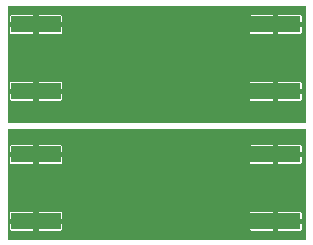
<source format=gbr>
G04 #@! TF.GenerationSoftware,KiCad,Pcbnew,(5.1.7)-1*
G04 #@! TF.CreationDate,2020-11-10T17:22:49+01:00*
G04 #@! TF.ProjectId,137_MHz_BPF_2nd_Order,3133375f-4d48-47a5-9f42-50465f326e64,rev?*
G04 #@! TF.SameCoordinates,Original*
G04 #@! TF.FileFunction,Copper,L2,Bot*
G04 #@! TF.FilePolarity,Positive*
%FSLAX46Y46*%
G04 Gerber Fmt 4.6, Leading zero omitted, Abs format (unit mm)*
G04 Created by KiCad (PCBNEW (5.1.7)-1) date 2020-11-10 17:22:49*
%MOMM*%
%LPD*%
G01*
G04 APERTURE LIST*
G04 #@! TA.AperFunction,SMDPad,CuDef*
%ADD10R,4.200000X1.350000*%
G04 #@! TD*
G04 #@! TA.AperFunction,Conductor*
%ADD11C,0.100000*%
G04 #@! TD*
G04 APERTURE END LIST*
D10*
X33000000Y-60825000D03*
X33000000Y-55175000D03*
X53300000Y-60825000D03*
X53300000Y-55175000D03*
X33000000Y-66175000D03*
X33000000Y-71825000D03*
X53300000Y-66175000D03*
X53300000Y-71825000D03*
D11*
X55825001Y-63450000D02*
X30675000Y-63450000D01*
X30675000Y-61500000D01*
X30749274Y-61500000D01*
X30752170Y-61529405D01*
X30760747Y-61557680D01*
X30774676Y-61583739D01*
X30793421Y-61606579D01*
X30816261Y-61625324D01*
X30842320Y-61639253D01*
X30870595Y-61647830D01*
X30900000Y-61650726D01*
X32787500Y-61650000D01*
X32825000Y-61612500D01*
X32825000Y-61000000D01*
X33175000Y-61000000D01*
X33175000Y-61612500D01*
X33212500Y-61650000D01*
X35100000Y-61650726D01*
X35129405Y-61647830D01*
X35157680Y-61639253D01*
X35183739Y-61625324D01*
X35206579Y-61606579D01*
X35225324Y-61583739D01*
X35239253Y-61557680D01*
X35247830Y-61529405D01*
X35250726Y-61500000D01*
X51049274Y-61500000D01*
X51052170Y-61529405D01*
X51060747Y-61557680D01*
X51074676Y-61583739D01*
X51093421Y-61606579D01*
X51116261Y-61625324D01*
X51142320Y-61639253D01*
X51170595Y-61647830D01*
X51200000Y-61650726D01*
X53087500Y-61650000D01*
X53125000Y-61612500D01*
X53125000Y-61000000D01*
X53475000Y-61000000D01*
X53475000Y-61612500D01*
X53512500Y-61650000D01*
X55400000Y-61650726D01*
X55429405Y-61647830D01*
X55457680Y-61639253D01*
X55483739Y-61625324D01*
X55506579Y-61606579D01*
X55525324Y-61583739D01*
X55539253Y-61557680D01*
X55547830Y-61529405D01*
X55550726Y-61500000D01*
X55550000Y-61037500D01*
X55512500Y-61000000D01*
X53475000Y-61000000D01*
X53125000Y-61000000D01*
X51087500Y-61000000D01*
X51050000Y-61037500D01*
X51049274Y-61500000D01*
X35250726Y-61500000D01*
X35250000Y-61037500D01*
X35212500Y-61000000D01*
X33175000Y-61000000D01*
X32825000Y-61000000D01*
X30787500Y-61000000D01*
X30750000Y-61037500D01*
X30749274Y-61500000D01*
X30675000Y-61500000D01*
X30675000Y-60150000D01*
X30749274Y-60150000D01*
X30750000Y-60612500D01*
X30787500Y-60650000D01*
X32825000Y-60650000D01*
X32825000Y-60037500D01*
X33175000Y-60037500D01*
X33175000Y-60650000D01*
X35212500Y-60650000D01*
X35250000Y-60612500D01*
X35250726Y-60150000D01*
X51049274Y-60150000D01*
X51050000Y-60612500D01*
X51087500Y-60650000D01*
X53125000Y-60650000D01*
X53125000Y-60037500D01*
X53475000Y-60037500D01*
X53475000Y-60650000D01*
X55512500Y-60650000D01*
X55550000Y-60612500D01*
X55550726Y-60150000D01*
X55547830Y-60120595D01*
X55539253Y-60092320D01*
X55525324Y-60066261D01*
X55506579Y-60043421D01*
X55483739Y-60024676D01*
X55457680Y-60010747D01*
X55429405Y-60002170D01*
X55400000Y-59999274D01*
X53512500Y-60000000D01*
X53475000Y-60037500D01*
X53125000Y-60037500D01*
X53087500Y-60000000D01*
X51200000Y-59999274D01*
X51170595Y-60002170D01*
X51142320Y-60010747D01*
X51116261Y-60024676D01*
X51093421Y-60043421D01*
X51074676Y-60066261D01*
X51060747Y-60092320D01*
X51052170Y-60120595D01*
X51049274Y-60150000D01*
X35250726Y-60150000D01*
X35247830Y-60120595D01*
X35239253Y-60092320D01*
X35225324Y-60066261D01*
X35206579Y-60043421D01*
X35183739Y-60024676D01*
X35157680Y-60010747D01*
X35129405Y-60002170D01*
X35100000Y-59999274D01*
X33212500Y-60000000D01*
X33175000Y-60037500D01*
X32825000Y-60037500D01*
X32787500Y-60000000D01*
X30900000Y-59999274D01*
X30870595Y-60002170D01*
X30842320Y-60010747D01*
X30816261Y-60024676D01*
X30793421Y-60043421D01*
X30774676Y-60066261D01*
X30760747Y-60092320D01*
X30752170Y-60120595D01*
X30749274Y-60150000D01*
X30675000Y-60150000D01*
X30675000Y-55850000D01*
X30749274Y-55850000D01*
X30752170Y-55879405D01*
X30760747Y-55907680D01*
X30774676Y-55933739D01*
X30793421Y-55956579D01*
X30816261Y-55975324D01*
X30842320Y-55989253D01*
X30870595Y-55997830D01*
X30900000Y-56000726D01*
X32787500Y-56000000D01*
X32825000Y-55962500D01*
X32825000Y-55350000D01*
X33175000Y-55350000D01*
X33175000Y-55962500D01*
X33212500Y-56000000D01*
X35100000Y-56000726D01*
X35129405Y-55997830D01*
X35157680Y-55989253D01*
X35183739Y-55975324D01*
X35206579Y-55956579D01*
X35225324Y-55933739D01*
X35239253Y-55907680D01*
X35247830Y-55879405D01*
X35250726Y-55850000D01*
X51049274Y-55850000D01*
X51052170Y-55879405D01*
X51060747Y-55907680D01*
X51074676Y-55933739D01*
X51093421Y-55956579D01*
X51116261Y-55975324D01*
X51142320Y-55989253D01*
X51170595Y-55997830D01*
X51200000Y-56000726D01*
X53087500Y-56000000D01*
X53125000Y-55962500D01*
X53125000Y-55350000D01*
X53475000Y-55350000D01*
X53475000Y-55962500D01*
X53512500Y-56000000D01*
X55400000Y-56000726D01*
X55429405Y-55997830D01*
X55457680Y-55989253D01*
X55483739Y-55975324D01*
X55506579Y-55956579D01*
X55525324Y-55933739D01*
X55539253Y-55907680D01*
X55547830Y-55879405D01*
X55550726Y-55850000D01*
X55550000Y-55387500D01*
X55512500Y-55350000D01*
X53475000Y-55350000D01*
X53125000Y-55350000D01*
X51087500Y-55350000D01*
X51050000Y-55387500D01*
X51049274Y-55850000D01*
X35250726Y-55850000D01*
X35250000Y-55387500D01*
X35212500Y-55350000D01*
X33175000Y-55350000D01*
X32825000Y-55350000D01*
X30787500Y-55350000D01*
X30750000Y-55387500D01*
X30749274Y-55850000D01*
X30675000Y-55850000D01*
X30675000Y-54500000D01*
X30749274Y-54500000D01*
X30750000Y-54962500D01*
X30787500Y-55000000D01*
X32825000Y-55000000D01*
X32825000Y-54387500D01*
X33175000Y-54387500D01*
X33175000Y-55000000D01*
X35212500Y-55000000D01*
X35250000Y-54962500D01*
X35250726Y-54500000D01*
X51049274Y-54500000D01*
X51050000Y-54962500D01*
X51087500Y-55000000D01*
X53125000Y-55000000D01*
X53125000Y-54387500D01*
X53475000Y-54387500D01*
X53475000Y-55000000D01*
X55512500Y-55000000D01*
X55550000Y-54962500D01*
X55550726Y-54500000D01*
X55547830Y-54470595D01*
X55539253Y-54442320D01*
X55525324Y-54416261D01*
X55506579Y-54393421D01*
X55483739Y-54374676D01*
X55457680Y-54360747D01*
X55429405Y-54352170D01*
X55400000Y-54349274D01*
X53512500Y-54350000D01*
X53475000Y-54387500D01*
X53125000Y-54387500D01*
X53087500Y-54350000D01*
X51200000Y-54349274D01*
X51170595Y-54352170D01*
X51142320Y-54360747D01*
X51116261Y-54374676D01*
X51093421Y-54393421D01*
X51074676Y-54416261D01*
X51060747Y-54442320D01*
X51052170Y-54470595D01*
X51049274Y-54500000D01*
X35250726Y-54500000D01*
X35247830Y-54470595D01*
X35239253Y-54442320D01*
X35225324Y-54416261D01*
X35206579Y-54393421D01*
X35183739Y-54374676D01*
X35157680Y-54360747D01*
X35129405Y-54352170D01*
X35100000Y-54349274D01*
X33212500Y-54350000D01*
X33175000Y-54387500D01*
X32825000Y-54387500D01*
X32787500Y-54350000D01*
X30900000Y-54349274D01*
X30870595Y-54352170D01*
X30842320Y-54360747D01*
X30816261Y-54374676D01*
X30793421Y-54393421D01*
X30774676Y-54416261D01*
X30760747Y-54442320D01*
X30752170Y-54470595D01*
X30749274Y-54500000D01*
X30675000Y-54500000D01*
X30675000Y-53675000D01*
X55825001Y-53675000D01*
X55825001Y-63450000D01*
G04 #@! TA.AperFunction,Conductor*
G36*
X55825001Y-63450000D02*
G01*
X30675000Y-63450000D01*
X30675000Y-61500000D01*
X30749274Y-61500000D01*
X30752170Y-61529405D01*
X30760747Y-61557680D01*
X30774676Y-61583739D01*
X30793421Y-61606579D01*
X30816261Y-61625324D01*
X30842320Y-61639253D01*
X30870595Y-61647830D01*
X30900000Y-61650726D01*
X32787500Y-61650000D01*
X32825000Y-61612500D01*
X32825000Y-61000000D01*
X33175000Y-61000000D01*
X33175000Y-61612500D01*
X33212500Y-61650000D01*
X35100000Y-61650726D01*
X35129405Y-61647830D01*
X35157680Y-61639253D01*
X35183739Y-61625324D01*
X35206579Y-61606579D01*
X35225324Y-61583739D01*
X35239253Y-61557680D01*
X35247830Y-61529405D01*
X35250726Y-61500000D01*
X51049274Y-61500000D01*
X51052170Y-61529405D01*
X51060747Y-61557680D01*
X51074676Y-61583739D01*
X51093421Y-61606579D01*
X51116261Y-61625324D01*
X51142320Y-61639253D01*
X51170595Y-61647830D01*
X51200000Y-61650726D01*
X53087500Y-61650000D01*
X53125000Y-61612500D01*
X53125000Y-61000000D01*
X53475000Y-61000000D01*
X53475000Y-61612500D01*
X53512500Y-61650000D01*
X55400000Y-61650726D01*
X55429405Y-61647830D01*
X55457680Y-61639253D01*
X55483739Y-61625324D01*
X55506579Y-61606579D01*
X55525324Y-61583739D01*
X55539253Y-61557680D01*
X55547830Y-61529405D01*
X55550726Y-61500000D01*
X55550000Y-61037500D01*
X55512500Y-61000000D01*
X53475000Y-61000000D01*
X53125000Y-61000000D01*
X51087500Y-61000000D01*
X51050000Y-61037500D01*
X51049274Y-61500000D01*
X35250726Y-61500000D01*
X35250000Y-61037500D01*
X35212500Y-61000000D01*
X33175000Y-61000000D01*
X32825000Y-61000000D01*
X30787500Y-61000000D01*
X30750000Y-61037500D01*
X30749274Y-61500000D01*
X30675000Y-61500000D01*
X30675000Y-60150000D01*
X30749274Y-60150000D01*
X30750000Y-60612500D01*
X30787500Y-60650000D01*
X32825000Y-60650000D01*
X32825000Y-60037500D01*
X33175000Y-60037500D01*
X33175000Y-60650000D01*
X35212500Y-60650000D01*
X35250000Y-60612500D01*
X35250726Y-60150000D01*
X51049274Y-60150000D01*
X51050000Y-60612500D01*
X51087500Y-60650000D01*
X53125000Y-60650000D01*
X53125000Y-60037500D01*
X53475000Y-60037500D01*
X53475000Y-60650000D01*
X55512500Y-60650000D01*
X55550000Y-60612500D01*
X55550726Y-60150000D01*
X55547830Y-60120595D01*
X55539253Y-60092320D01*
X55525324Y-60066261D01*
X55506579Y-60043421D01*
X55483739Y-60024676D01*
X55457680Y-60010747D01*
X55429405Y-60002170D01*
X55400000Y-59999274D01*
X53512500Y-60000000D01*
X53475000Y-60037500D01*
X53125000Y-60037500D01*
X53087500Y-60000000D01*
X51200000Y-59999274D01*
X51170595Y-60002170D01*
X51142320Y-60010747D01*
X51116261Y-60024676D01*
X51093421Y-60043421D01*
X51074676Y-60066261D01*
X51060747Y-60092320D01*
X51052170Y-60120595D01*
X51049274Y-60150000D01*
X35250726Y-60150000D01*
X35247830Y-60120595D01*
X35239253Y-60092320D01*
X35225324Y-60066261D01*
X35206579Y-60043421D01*
X35183739Y-60024676D01*
X35157680Y-60010747D01*
X35129405Y-60002170D01*
X35100000Y-59999274D01*
X33212500Y-60000000D01*
X33175000Y-60037500D01*
X32825000Y-60037500D01*
X32787500Y-60000000D01*
X30900000Y-59999274D01*
X30870595Y-60002170D01*
X30842320Y-60010747D01*
X30816261Y-60024676D01*
X30793421Y-60043421D01*
X30774676Y-60066261D01*
X30760747Y-60092320D01*
X30752170Y-60120595D01*
X30749274Y-60150000D01*
X30675000Y-60150000D01*
X30675000Y-55850000D01*
X30749274Y-55850000D01*
X30752170Y-55879405D01*
X30760747Y-55907680D01*
X30774676Y-55933739D01*
X30793421Y-55956579D01*
X30816261Y-55975324D01*
X30842320Y-55989253D01*
X30870595Y-55997830D01*
X30900000Y-56000726D01*
X32787500Y-56000000D01*
X32825000Y-55962500D01*
X32825000Y-55350000D01*
X33175000Y-55350000D01*
X33175000Y-55962500D01*
X33212500Y-56000000D01*
X35100000Y-56000726D01*
X35129405Y-55997830D01*
X35157680Y-55989253D01*
X35183739Y-55975324D01*
X35206579Y-55956579D01*
X35225324Y-55933739D01*
X35239253Y-55907680D01*
X35247830Y-55879405D01*
X35250726Y-55850000D01*
X51049274Y-55850000D01*
X51052170Y-55879405D01*
X51060747Y-55907680D01*
X51074676Y-55933739D01*
X51093421Y-55956579D01*
X51116261Y-55975324D01*
X51142320Y-55989253D01*
X51170595Y-55997830D01*
X51200000Y-56000726D01*
X53087500Y-56000000D01*
X53125000Y-55962500D01*
X53125000Y-55350000D01*
X53475000Y-55350000D01*
X53475000Y-55962500D01*
X53512500Y-56000000D01*
X55400000Y-56000726D01*
X55429405Y-55997830D01*
X55457680Y-55989253D01*
X55483739Y-55975324D01*
X55506579Y-55956579D01*
X55525324Y-55933739D01*
X55539253Y-55907680D01*
X55547830Y-55879405D01*
X55550726Y-55850000D01*
X55550000Y-55387500D01*
X55512500Y-55350000D01*
X53475000Y-55350000D01*
X53125000Y-55350000D01*
X51087500Y-55350000D01*
X51050000Y-55387500D01*
X51049274Y-55850000D01*
X35250726Y-55850000D01*
X35250000Y-55387500D01*
X35212500Y-55350000D01*
X33175000Y-55350000D01*
X32825000Y-55350000D01*
X30787500Y-55350000D01*
X30750000Y-55387500D01*
X30749274Y-55850000D01*
X30675000Y-55850000D01*
X30675000Y-54500000D01*
X30749274Y-54500000D01*
X30750000Y-54962500D01*
X30787500Y-55000000D01*
X32825000Y-55000000D01*
X32825000Y-54387500D01*
X33175000Y-54387500D01*
X33175000Y-55000000D01*
X35212500Y-55000000D01*
X35250000Y-54962500D01*
X35250726Y-54500000D01*
X51049274Y-54500000D01*
X51050000Y-54962500D01*
X51087500Y-55000000D01*
X53125000Y-55000000D01*
X53125000Y-54387500D01*
X53475000Y-54387500D01*
X53475000Y-55000000D01*
X55512500Y-55000000D01*
X55550000Y-54962500D01*
X55550726Y-54500000D01*
X55547830Y-54470595D01*
X55539253Y-54442320D01*
X55525324Y-54416261D01*
X55506579Y-54393421D01*
X55483739Y-54374676D01*
X55457680Y-54360747D01*
X55429405Y-54352170D01*
X55400000Y-54349274D01*
X53512500Y-54350000D01*
X53475000Y-54387500D01*
X53125000Y-54387500D01*
X53087500Y-54350000D01*
X51200000Y-54349274D01*
X51170595Y-54352170D01*
X51142320Y-54360747D01*
X51116261Y-54374676D01*
X51093421Y-54393421D01*
X51074676Y-54416261D01*
X51060747Y-54442320D01*
X51052170Y-54470595D01*
X51049274Y-54500000D01*
X35250726Y-54500000D01*
X35247830Y-54470595D01*
X35239253Y-54442320D01*
X35225324Y-54416261D01*
X35206579Y-54393421D01*
X35183739Y-54374676D01*
X35157680Y-54360747D01*
X35129405Y-54352170D01*
X35100000Y-54349274D01*
X33212500Y-54350000D01*
X33175000Y-54387500D01*
X32825000Y-54387500D01*
X32787500Y-54350000D01*
X30900000Y-54349274D01*
X30870595Y-54352170D01*
X30842320Y-54360747D01*
X30816261Y-54374676D01*
X30793421Y-54393421D01*
X30774676Y-54416261D01*
X30760747Y-54442320D01*
X30752170Y-54470595D01*
X30749274Y-54500000D01*
X30675000Y-54500000D01*
X30675000Y-53675000D01*
X55825001Y-53675000D01*
X55825001Y-63450000D01*
G37*
G04 #@! TD.AperFunction*
X55825000Y-73325000D02*
X30675000Y-73325000D01*
X30675000Y-72500000D01*
X30749274Y-72500000D01*
X30752170Y-72529405D01*
X30760747Y-72557680D01*
X30774676Y-72583739D01*
X30793421Y-72606579D01*
X30816261Y-72625324D01*
X30842320Y-72639253D01*
X30870595Y-72647830D01*
X30900000Y-72650726D01*
X32787500Y-72650000D01*
X32825000Y-72612500D01*
X32825000Y-72000000D01*
X33175000Y-72000000D01*
X33175000Y-72612500D01*
X33212500Y-72650000D01*
X35100000Y-72650726D01*
X35129405Y-72647830D01*
X35157680Y-72639253D01*
X35183739Y-72625324D01*
X35206579Y-72606579D01*
X35225324Y-72583739D01*
X35239253Y-72557680D01*
X35247830Y-72529405D01*
X35250726Y-72500000D01*
X51049274Y-72500000D01*
X51052170Y-72529405D01*
X51060747Y-72557680D01*
X51074676Y-72583739D01*
X51093421Y-72606579D01*
X51116261Y-72625324D01*
X51142320Y-72639253D01*
X51170595Y-72647830D01*
X51200000Y-72650726D01*
X53087500Y-72650000D01*
X53125000Y-72612500D01*
X53125000Y-72000000D01*
X53475000Y-72000000D01*
X53475000Y-72612500D01*
X53512500Y-72650000D01*
X55400000Y-72650726D01*
X55429405Y-72647830D01*
X55457680Y-72639253D01*
X55483739Y-72625324D01*
X55506579Y-72606579D01*
X55525324Y-72583739D01*
X55539253Y-72557680D01*
X55547830Y-72529405D01*
X55550726Y-72500000D01*
X55550000Y-72037500D01*
X55512500Y-72000000D01*
X53475000Y-72000000D01*
X53125000Y-72000000D01*
X51087500Y-72000000D01*
X51050000Y-72037500D01*
X51049274Y-72500000D01*
X35250726Y-72500000D01*
X35250000Y-72037500D01*
X35212500Y-72000000D01*
X33175000Y-72000000D01*
X32825000Y-72000000D01*
X30787500Y-72000000D01*
X30750000Y-72037500D01*
X30749274Y-72500000D01*
X30675000Y-72500000D01*
X30675000Y-71150000D01*
X30749274Y-71150000D01*
X30750000Y-71612500D01*
X30787500Y-71650000D01*
X32825000Y-71650000D01*
X32825000Y-71037500D01*
X33175000Y-71037500D01*
X33175000Y-71650000D01*
X35212500Y-71650000D01*
X35250000Y-71612500D01*
X35250726Y-71150000D01*
X51049274Y-71150000D01*
X51050000Y-71612500D01*
X51087500Y-71650000D01*
X53125000Y-71650000D01*
X53125000Y-71037500D01*
X53475000Y-71037500D01*
X53475000Y-71650000D01*
X55512500Y-71650000D01*
X55550000Y-71612500D01*
X55550726Y-71150000D01*
X55547830Y-71120595D01*
X55539253Y-71092320D01*
X55525324Y-71066261D01*
X55506579Y-71043421D01*
X55483739Y-71024676D01*
X55457680Y-71010747D01*
X55429405Y-71002170D01*
X55400000Y-70999274D01*
X53512500Y-71000000D01*
X53475000Y-71037500D01*
X53125000Y-71037500D01*
X53087500Y-71000000D01*
X51200000Y-70999274D01*
X51170595Y-71002170D01*
X51142320Y-71010747D01*
X51116261Y-71024676D01*
X51093421Y-71043421D01*
X51074676Y-71066261D01*
X51060747Y-71092320D01*
X51052170Y-71120595D01*
X51049274Y-71150000D01*
X35250726Y-71150000D01*
X35247830Y-71120595D01*
X35239253Y-71092320D01*
X35225324Y-71066261D01*
X35206579Y-71043421D01*
X35183739Y-71024676D01*
X35157680Y-71010747D01*
X35129405Y-71002170D01*
X35100000Y-70999274D01*
X33212500Y-71000000D01*
X33175000Y-71037500D01*
X32825000Y-71037500D01*
X32787500Y-71000000D01*
X30900000Y-70999274D01*
X30870595Y-71002170D01*
X30842320Y-71010747D01*
X30816261Y-71024676D01*
X30793421Y-71043421D01*
X30774676Y-71066261D01*
X30760747Y-71092320D01*
X30752170Y-71120595D01*
X30749274Y-71150000D01*
X30675000Y-71150000D01*
X30675000Y-66850000D01*
X30749274Y-66850000D01*
X30752170Y-66879405D01*
X30760747Y-66907680D01*
X30774676Y-66933739D01*
X30793421Y-66956579D01*
X30816261Y-66975324D01*
X30842320Y-66989253D01*
X30870595Y-66997830D01*
X30900000Y-67000726D01*
X32787500Y-67000000D01*
X32825000Y-66962500D01*
X32825000Y-66350000D01*
X33175000Y-66350000D01*
X33175000Y-66962500D01*
X33212500Y-67000000D01*
X35100000Y-67000726D01*
X35129405Y-66997830D01*
X35157680Y-66989253D01*
X35183739Y-66975324D01*
X35206579Y-66956579D01*
X35225324Y-66933739D01*
X35239253Y-66907680D01*
X35247830Y-66879405D01*
X35250726Y-66850000D01*
X51049274Y-66850000D01*
X51052170Y-66879405D01*
X51060747Y-66907680D01*
X51074676Y-66933739D01*
X51093421Y-66956579D01*
X51116261Y-66975324D01*
X51142320Y-66989253D01*
X51170595Y-66997830D01*
X51200000Y-67000726D01*
X53087500Y-67000000D01*
X53125000Y-66962500D01*
X53125000Y-66350000D01*
X53475000Y-66350000D01*
X53475000Y-66962500D01*
X53512500Y-67000000D01*
X55400000Y-67000726D01*
X55429405Y-66997830D01*
X55457680Y-66989253D01*
X55483739Y-66975324D01*
X55506579Y-66956579D01*
X55525324Y-66933739D01*
X55539253Y-66907680D01*
X55547830Y-66879405D01*
X55550726Y-66850000D01*
X55550000Y-66387500D01*
X55512500Y-66350000D01*
X53475000Y-66350000D01*
X53125000Y-66350000D01*
X51087500Y-66350000D01*
X51050000Y-66387500D01*
X51049274Y-66850000D01*
X35250726Y-66850000D01*
X35250000Y-66387500D01*
X35212500Y-66350000D01*
X33175000Y-66350000D01*
X32825000Y-66350000D01*
X30787500Y-66350000D01*
X30750000Y-66387500D01*
X30749274Y-66850000D01*
X30675000Y-66850000D01*
X30675000Y-65500000D01*
X30749274Y-65500000D01*
X30750000Y-65962500D01*
X30787500Y-66000000D01*
X32825000Y-66000000D01*
X32825000Y-65387500D01*
X33175000Y-65387500D01*
X33175000Y-66000000D01*
X35212500Y-66000000D01*
X35250000Y-65962500D01*
X35250726Y-65500000D01*
X51049274Y-65500000D01*
X51050000Y-65962500D01*
X51087500Y-66000000D01*
X53125000Y-66000000D01*
X53125000Y-65387500D01*
X53475000Y-65387500D01*
X53475000Y-66000000D01*
X55512500Y-66000000D01*
X55550000Y-65962500D01*
X55550726Y-65500000D01*
X55547830Y-65470595D01*
X55539253Y-65442320D01*
X55525324Y-65416261D01*
X55506579Y-65393421D01*
X55483739Y-65374676D01*
X55457680Y-65360747D01*
X55429405Y-65352170D01*
X55400000Y-65349274D01*
X53512500Y-65350000D01*
X53475000Y-65387500D01*
X53125000Y-65387500D01*
X53087500Y-65350000D01*
X51200000Y-65349274D01*
X51170595Y-65352170D01*
X51142320Y-65360747D01*
X51116261Y-65374676D01*
X51093421Y-65393421D01*
X51074676Y-65416261D01*
X51060747Y-65442320D01*
X51052170Y-65470595D01*
X51049274Y-65500000D01*
X35250726Y-65500000D01*
X35247830Y-65470595D01*
X35239253Y-65442320D01*
X35225324Y-65416261D01*
X35206579Y-65393421D01*
X35183739Y-65374676D01*
X35157680Y-65360747D01*
X35129405Y-65352170D01*
X35100000Y-65349274D01*
X33212500Y-65350000D01*
X33175000Y-65387500D01*
X32825000Y-65387500D01*
X32787500Y-65350000D01*
X30900000Y-65349274D01*
X30870595Y-65352170D01*
X30842320Y-65360747D01*
X30816261Y-65374676D01*
X30793421Y-65393421D01*
X30774676Y-65416261D01*
X30760747Y-65442320D01*
X30752170Y-65470595D01*
X30749274Y-65500000D01*
X30675000Y-65500000D01*
X30675000Y-64050000D01*
X55825000Y-64050000D01*
X55825000Y-73325000D01*
G04 #@! TA.AperFunction,Conductor*
G36*
X55825000Y-73325000D02*
G01*
X30675000Y-73325000D01*
X30675000Y-72500000D01*
X30749274Y-72500000D01*
X30752170Y-72529405D01*
X30760747Y-72557680D01*
X30774676Y-72583739D01*
X30793421Y-72606579D01*
X30816261Y-72625324D01*
X30842320Y-72639253D01*
X30870595Y-72647830D01*
X30900000Y-72650726D01*
X32787500Y-72650000D01*
X32825000Y-72612500D01*
X32825000Y-72000000D01*
X33175000Y-72000000D01*
X33175000Y-72612500D01*
X33212500Y-72650000D01*
X35100000Y-72650726D01*
X35129405Y-72647830D01*
X35157680Y-72639253D01*
X35183739Y-72625324D01*
X35206579Y-72606579D01*
X35225324Y-72583739D01*
X35239253Y-72557680D01*
X35247830Y-72529405D01*
X35250726Y-72500000D01*
X51049274Y-72500000D01*
X51052170Y-72529405D01*
X51060747Y-72557680D01*
X51074676Y-72583739D01*
X51093421Y-72606579D01*
X51116261Y-72625324D01*
X51142320Y-72639253D01*
X51170595Y-72647830D01*
X51200000Y-72650726D01*
X53087500Y-72650000D01*
X53125000Y-72612500D01*
X53125000Y-72000000D01*
X53475000Y-72000000D01*
X53475000Y-72612500D01*
X53512500Y-72650000D01*
X55400000Y-72650726D01*
X55429405Y-72647830D01*
X55457680Y-72639253D01*
X55483739Y-72625324D01*
X55506579Y-72606579D01*
X55525324Y-72583739D01*
X55539253Y-72557680D01*
X55547830Y-72529405D01*
X55550726Y-72500000D01*
X55550000Y-72037500D01*
X55512500Y-72000000D01*
X53475000Y-72000000D01*
X53125000Y-72000000D01*
X51087500Y-72000000D01*
X51050000Y-72037500D01*
X51049274Y-72500000D01*
X35250726Y-72500000D01*
X35250000Y-72037500D01*
X35212500Y-72000000D01*
X33175000Y-72000000D01*
X32825000Y-72000000D01*
X30787500Y-72000000D01*
X30750000Y-72037500D01*
X30749274Y-72500000D01*
X30675000Y-72500000D01*
X30675000Y-71150000D01*
X30749274Y-71150000D01*
X30750000Y-71612500D01*
X30787500Y-71650000D01*
X32825000Y-71650000D01*
X32825000Y-71037500D01*
X33175000Y-71037500D01*
X33175000Y-71650000D01*
X35212500Y-71650000D01*
X35250000Y-71612500D01*
X35250726Y-71150000D01*
X51049274Y-71150000D01*
X51050000Y-71612500D01*
X51087500Y-71650000D01*
X53125000Y-71650000D01*
X53125000Y-71037500D01*
X53475000Y-71037500D01*
X53475000Y-71650000D01*
X55512500Y-71650000D01*
X55550000Y-71612500D01*
X55550726Y-71150000D01*
X55547830Y-71120595D01*
X55539253Y-71092320D01*
X55525324Y-71066261D01*
X55506579Y-71043421D01*
X55483739Y-71024676D01*
X55457680Y-71010747D01*
X55429405Y-71002170D01*
X55400000Y-70999274D01*
X53512500Y-71000000D01*
X53475000Y-71037500D01*
X53125000Y-71037500D01*
X53087500Y-71000000D01*
X51200000Y-70999274D01*
X51170595Y-71002170D01*
X51142320Y-71010747D01*
X51116261Y-71024676D01*
X51093421Y-71043421D01*
X51074676Y-71066261D01*
X51060747Y-71092320D01*
X51052170Y-71120595D01*
X51049274Y-71150000D01*
X35250726Y-71150000D01*
X35247830Y-71120595D01*
X35239253Y-71092320D01*
X35225324Y-71066261D01*
X35206579Y-71043421D01*
X35183739Y-71024676D01*
X35157680Y-71010747D01*
X35129405Y-71002170D01*
X35100000Y-70999274D01*
X33212500Y-71000000D01*
X33175000Y-71037500D01*
X32825000Y-71037500D01*
X32787500Y-71000000D01*
X30900000Y-70999274D01*
X30870595Y-71002170D01*
X30842320Y-71010747D01*
X30816261Y-71024676D01*
X30793421Y-71043421D01*
X30774676Y-71066261D01*
X30760747Y-71092320D01*
X30752170Y-71120595D01*
X30749274Y-71150000D01*
X30675000Y-71150000D01*
X30675000Y-66850000D01*
X30749274Y-66850000D01*
X30752170Y-66879405D01*
X30760747Y-66907680D01*
X30774676Y-66933739D01*
X30793421Y-66956579D01*
X30816261Y-66975324D01*
X30842320Y-66989253D01*
X30870595Y-66997830D01*
X30900000Y-67000726D01*
X32787500Y-67000000D01*
X32825000Y-66962500D01*
X32825000Y-66350000D01*
X33175000Y-66350000D01*
X33175000Y-66962500D01*
X33212500Y-67000000D01*
X35100000Y-67000726D01*
X35129405Y-66997830D01*
X35157680Y-66989253D01*
X35183739Y-66975324D01*
X35206579Y-66956579D01*
X35225324Y-66933739D01*
X35239253Y-66907680D01*
X35247830Y-66879405D01*
X35250726Y-66850000D01*
X51049274Y-66850000D01*
X51052170Y-66879405D01*
X51060747Y-66907680D01*
X51074676Y-66933739D01*
X51093421Y-66956579D01*
X51116261Y-66975324D01*
X51142320Y-66989253D01*
X51170595Y-66997830D01*
X51200000Y-67000726D01*
X53087500Y-67000000D01*
X53125000Y-66962500D01*
X53125000Y-66350000D01*
X53475000Y-66350000D01*
X53475000Y-66962500D01*
X53512500Y-67000000D01*
X55400000Y-67000726D01*
X55429405Y-66997830D01*
X55457680Y-66989253D01*
X55483739Y-66975324D01*
X55506579Y-66956579D01*
X55525324Y-66933739D01*
X55539253Y-66907680D01*
X55547830Y-66879405D01*
X55550726Y-66850000D01*
X55550000Y-66387500D01*
X55512500Y-66350000D01*
X53475000Y-66350000D01*
X53125000Y-66350000D01*
X51087500Y-66350000D01*
X51050000Y-66387500D01*
X51049274Y-66850000D01*
X35250726Y-66850000D01*
X35250000Y-66387500D01*
X35212500Y-66350000D01*
X33175000Y-66350000D01*
X32825000Y-66350000D01*
X30787500Y-66350000D01*
X30750000Y-66387500D01*
X30749274Y-66850000D01*
X30675000Y-66850000D01*
X30675000Y-65500000D01*
X30749274Y-65500000D01*
X30750000Y-65962500D01*
X30787500Y-66000000D01*
X32825000Y-66000000D01*
X32825000Y-65387500D01*
X33175000Y-65387500D01*
X33175000Y-66000000D01*
X35212500Y-66000000D01*
X35250000Y-65962500D01*
X35250726Y-65500000D01*
X51049274Y-65500000D01*
X51050000Y-65962500D01*
X51087500Y-66000000D01*
X53125000Y-66000000D01*
X53125000Y-65387500D01*
X53475000Y-65387500D01*
X53475000Y-66000000D01*
X55512500Y-66000000D01*
X55550000Y-65962500D01*
X55550726Y-65500000D01*
X55547830Y-65470595D01*
X55539253Y-65442320D01*
X55525324Y-65416261D01*
X55506579Y-65393421D01*
X55483739Y-65374676D01*
X55457680Y-65360747D01*
X55429405Y-65352170D01*
X55400000Y-65349274D01*
X53512500Y-65350000D01*
X53475000Y-65387500D01*
X53125000Y-65387500D01*
X53087500Y-65350000D01*
X51200000Y-65349274D01*
X51170595Y-65352170D01*
X51142320Y-65360747D01*
X51116261Y-65374676D01*
X51093421Y-65393421D01*
X51074676Y-65416261D01*
X51060747Y-65442320D01*
X51052170Y-65470595D01*
X51049274Y-65500000D01*
X35250726Y-65500000D01*
X35247830Y-65470595D01*
X35239253Y-65442320D01*
X35225324Y-65416261D01*
X35206579Y-65393421D01*
X35183739Y-65374676D01*
X35157680Y-65360747D01*
X35129405Y-65352170D01*
X35100000Y-65349274D01*
X33212500Y-65350000D01*
X33175000Y-65387500D01*
X32825000Y-65387500D01*
X32787500Y-65350000D01*
X30900000Y-65349274D01*
X30870595Y-65352170D01*
X30842320Y-65360747D01*
X30816261Y-65374676D01*
X30793421Y-65393421D01*
X30774676Y-65416261D01*
X30760747Y-65442320D01*
X30752170Y-65470595D01*
X30749274Y-65500000D01*
X30675000Y-65500000D01*
X30675000Y-64050000D01*
X55825000Y-64050000D01*
X55825000Y-73325000D01*
G37*
G04 #@! TD.AperFunction*
M02*

</source>
